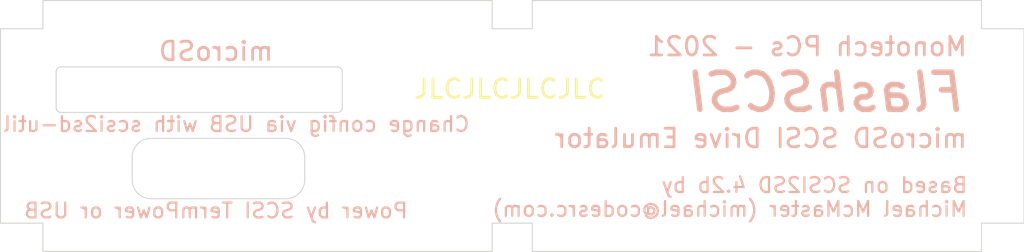
<source format=kicad_pcb>
(kicad_pcb (version 20210623) (generator pcbnew)

  (general
    (thickness 1.6)
  )

  (paper "A4")
  (title_block
    (date "2021-08-05")
  )

  (layers
    (0 "F.Cu" signal)
    (31 "B.Cu" signal)
    (36 "B.SilkS" user "B.Silkscreen")
    (37 "F.SilkS" user "F.Silkscreen")
    (38 "B.Mask" user)
    (39 "F.Mask" user)
    (40 "Dwgs.User" user "User.Drawings")
    (41 "Cmts.User" user "User.Comments")
    (42 "Eco1.User" user "User.Eco1")
    (43 "Eco2.User" user "User.Eco2")
    (44 "Edge.Cuts" user)
    (45 "Margin" user)
    (46 "B.CrtYd" user "B.Courtyard")
    (47 "F.CrtYd" user "F.Courtyard")
    (48 "B.Fab" user)
    (49 "F.Fab" user)
  )

  (setup
    (pad_to_mask_clearance 0)
    (aux_axis_origin 48.75 175)
    (grid_origin 48.75 175)
    (pcbplotparams
      (layerselection 0x00010f0_7ffffffe)
      (disableapertmacros false)
      (usegerberextensions true)
      (usegerberattributes false)
      (usegerberadvancedattributes true)
      (creategerberjobfile false)
      (svguseinch false)
      (svgprecision 6)
      (excludeedgelayer true)
      (plotframeref false)
      (viasonmask false)
      (mode 1)
      (useauxorigin false)
      (hpglpennumber 1)
      (hpglpenspeed 20)
      (hpglpendiameter 15.000000)
      (dxfpolygonmode true)
      (dxfimperialunits true)
      (dxfusepcbnewfont true)
      (psnegative false)
      (psa4output false)
      (plotreference true)
      (plotvalue true)
      (plotinvisibletext false)
      (sketchpadsonfab false)
      (subtractmaskfromsilk true)
      (outputformat 1)
      (mirror false)
      (drillshape 0)
      (scaleselection 1)
      (outputdirectory "gerber")
    )
  )

  (net 0 "")

  (gr_line (start 51.036 162.9825) (end 48.75 162.9825) (layer "Edge.Cuts") (width 0.05) (tstamp 00000000-0000-0000-0000-0000604822e6))
  (gr_line (start 103.868 162.9825) (end 103.868 173.476) (layer "Edge.Cuts") (width 0.05) (tstamp 00000000-0000-0000-0000-0000604822e7))
  (gr_line (start 56.8605 172.156) (end 64.117 172.156) (layer "Edge.Cuts") (width 0.05) (tstamp 00000000-0000-0000-0000-0000604823f1))
  (gr_line (start 65.133 171.14) (end 65.133 169.916) (layer "Edge.Cuts") (width 0.05) (tstamp 00000000-0000-0000-0000-0000604823f2))
  (gr_line (start 55.8445 169.916) (end 55.8445 171.14) (layer "Edge.Cuts") (width 0.05) (tstamp 00000000-0000-0000-0000-0000604823f4))
  (gr_line (start 64.117 168.9) (end 56.8605 168.9) (layer "Edge.Cuts") (width 0.05) (tstamp 00000000-0000-0000-0000-0000604823f6))
  (gr_arc (start 56.8605 171.14) (end 55.8445 171.14) (angle -90) (layer "Edge.Cuts") (width 0.05) (tstamp 00000000-0000-0000-0000-000060482444))
  (gr_arc (start 64.117 171.14) (end 64.117 172.156) (angle -90) (layer "Edge.Cuts") (width 0.05) (tstamp 00000000-0000-0000-0000-000060482447))
  (gr_arc (start 64.117 169.916) (end 65.133 169.916) (angle -90) (layer "Edge.Cuts") (width 0.05) (tstamp 00000000-0000-0000-0000-00006048244a))
  (gr_line (start 101.582 162.9825) (end 101.582 161.4585) (layer "Edge.Cuts") (width 0.05) (tstamp 00000000-0000-0000-0000-000060482ae0))
  (gr_line (start 75.2295 162.9825) (end 75.2295 161.4585) (layer "Edge.Cuts") (width 0.05) (tstamp 00000000-0000-0000-0000-000060482b30))
  (gr_line (start 77.3885 162.9825) (end 77.3885 161.4585) (layer "Edge.Cuts") (width 0.05) (tstamp 00000000-0000-0000-0000-000060482b37))
  (gr_line (start 51.036 161.4585) (end 75.2295 161.4585) (layer "Edge.Cuts") (width 0.05) (tstamp 00000000-0000-0000-0000-000060482b56))
  (gr_line (start 75.2295 162.9825) (end 77.3885 162.9825) (layer "Edge.Cuts") (width 0.05) (tstamp 00000000-0000-0000-0000-000060482b58))
  (gr_line (start 77.3885 161.4585) (end 101.582 161.4585) (layer "Edge.Cuts") (width 0.05) (tstamp 00000000-0000-0000-0000-000060482b5b))
  (gr_line (start 101.582 162.9825) (end 103.868 162.9825) (layer "Edge.Cuts") (width 0.05) (tstamp 00000000-0000-0000-0000-000060482b5d))
  (gr_line (start 101.582 173.476) (end 103.868 173.476) (layer "Edge.Cuts") (width 0.05) (tstamp 00000000-0000-0000-0000-000060482ba6))
  (gr_line (start 51.036 173.476) (end 48.75 173.476) (layer "Edge.Cuts") (width 0.05) (tstamp 00000000-0000-0000-0000-000060482ba7))
  (gr_line (start 77.3885 173.476) (end 75.2295 173.476) (layer "Edge.Cuts") (width 0.05) (tstamp 00000000-0000-0000-0000-000060482ba8))
  (gr_line (start 75.2295 175) (end 51.036 175) (layer "Edge.Cuts") (width 0.05) (tstamp 00000000-0000-0000-0000-000060482ba9))
  (gr_line (start 75.2295 173.476) (end 75.2295 175) (layer "Edge.Cuts") (width 0.05) (tstamp 00000000-0000-0000-0000-000060482baa))
  (gr_line (start 51.036 173.476) (end 51.036 175) (layer "Edge.Cuts") (width 0.05) (tstamp 00000000-0000-0000-0000-000060482bab))
  (gr_line (start 101.582 173.476) (end 101.582 175) (layer "Edge.Cuts") (width 0.05) (tstamp 00000000-0000-0000-0000-000060482bac))
  (gr_line (start 77.3885 173.476) (end 77.3885 175) (layer "Edge.Cuts") (width 0.05) (tstamp 00000000-0000-0000-0000-000060482bad))
  (gr_line (start 101.582 175) (end 77.3885 175) (layer "Edge.Cuts") (width 0.05) (tstamp 00000000-0000-0000-0000-000060482bae))
  (gr_arc (start 52.004 167.246) (end 51.75 167.246) (angle -90) (layer "Edge.Cuts") (width 0.05) (tstamp 0046f54d-e94b-4613-956f-b8175ee22275))
  (gr_arc (start 56.8605 169.916) (end 56.8605 168.9) (angle -90) (layer "Edge.Cuts") (width 0.05) (tstamp 4223ddf2-6722-49bc-9195-16ab294c32dc))
  (gr_arc (start 66.904 167.246) (end 66.904 167.5) (angle -90) (layer "Edge.Cuts") (width 0.05) (tstamp 4af819aa-d4fa-4dcd-a1c3-f43ad3f7ea0c))
  (gr_line (start 67.158 165.300605) (end 67.158 167.246) (layer "Edge.Cuts") (width 0.05) (tstamp 71e4dfed-09e8-47d5-a0e8-3f7d0c9bdad4))
  (gr_line (start 66.904 165.046605) (end 52.004 165.046605) (layer "Edge.Cuts") (width 0.05) (tstamp 9a865e8d-00d7-4882-9566-c8e16b42d5e2))
  (gr_line (start 48.75 173.476) (end 48.75 162.9825) (layer "Edge.Cuts") (width 0.05) (tstamp a6193b77-e8d6-4a65-84ec-321891775b8e))
  (gr_line (start 51.75 165.300605) (end 51.75 167.246) (layer "Edge.Cuts") (width 0.05) (tstamp c50583d5-5443-416e-928c-0001cd563123))
  (gr_line (start 66.904 167.5) (end 52.004 167.5) (layer "Edge.Cuts") (width 0.05) (tstamp daa6bfbe-0375-4301-8a25-07c8f3507955))
  (gr_arc (start 52.004 165.300605) (end 52.004 165.046605) (angle -90) (layer "Edge.Cuts") (width 0.05) (tstamp e00df65c-1681-41e0-bc2d-54326978b03c))
  (gr_arc (start 66.904 165.300605) (end 67.158 165.300605) (angle -90) (layer "Edge.Cuts") (width 0.05) (tstamp ea319d6e-782a-4f9d-8a88-7feeeaf2c51b))
  (gr_line (start 51.036 162.9825) (end 51.036 161.4585) (layer "Edge.Cuts") (width 0.05) (tstamp ff6adef1-5bba-4066-8108-479a38c32c5a))
  (gr_line (start 49.8295 167.372) (end 102.852 167.372) (layer "F.Fab") (width 0.15) (tstamp 00000000-0000-0000-0000-000060482326))
  (gr_line (start 102.852 169.023) (end 49.8295 169.023) (layer "F.Fab") (width 0.15) (tstamp 7aff8fc2-4737-48cc-9f1e-692325051075))
  (gr_line (start 49.8295 169.023) (end 49.8295 167.372) (layer "F.Fab") (width 0.15) (tstamp a29b24b1-9b3b-4471-90e4-ed19e21ec15d))
  (gr_line (start 49.8295 168.1975) (end 102.852 168.1975) (layer "F.Fab") (width 0.15) (tstamp db6ac0f7-fb8d-44e9-9a77-1a50b38a7675))
  (gr_line (start 102.852 167.372) (end 102.852 169.023) (layer "F.Fab") (width 0.15) (tstamp dbefb193-6975-4cfa-8bad-940b2fe14a9e))
  (gr_text "FlashSCSI" (at 100.8835 166.4195) (layer "B.SilkS") (tstamp 00000000-0000-0000-0000-000060482c34)
    (effects (font (size 2 2) (thickness 0.3) italic) (justify left mirror))
  )
  (gr_text "microSD SCSI Drive Emulator" (at 100.8835 168.896) (layer "B.SilkS") (tstamp 00000000-0000-0000-0000-000060482c5e)
    (effects (font (size 1 1) (thickness 0.15)) (justify left mirror))
  )
  (gr_text "Based on SCSI2SD 4.2b by\nMichael McMaster (michael@codesrc.com)" (at 100.8835 172.071) (layer "B.SilkS") (tstamp 00000000-0000-0000-0000-000060482c8c)
    (effects (font (size 0.8 0.8) (thickness 0.12)) (justify left mirror))
  )
  (gr_text "Power by SCSI TermPower or USB" (at 60.35 172.8) (layer "B.SilkS") (tstamp 00000000-0000-0000-0000-000060482d09)
    (effects (font (size 0.8 0.8) (thickness 0.12)) (justify mirror))
  )
  (gr_text "microSD" (at 60.35 164.2) (layer "B.SilkS") (tstamp 00000000-0000-0000-0000-000060482d2e)
    (effects (font (size 1 1) (thickness 0.15)) (justify mirror))
  )
  (gr_text "Change config via USB with scsi2sd-util" (at 61.45 168.134) (layer "B.SilkS") (tstamp 00000000-0000-0000-0000-000060482db6)
    (effects (font (size 0.8 0.8) (thickness 0.12)) (justify mirror))
  )
  (gr_text "Monotech PCs - 2021" (at 100.8835 163.943) (layer "B.SilkS") (tstamp 1c8410be-ca7e-4bb8-9958-0334b2ff716a)
    (effects (font (size 1 1) (thickness 0.15)) (justify left mirror))
  )
  (gr_text "JLCJLCJLCJLC" (at 76.182 166.229) (layer "F.SilkS") (tstamp 00000000-0000-0000-0000-000060482eb1)
    (effects (font (size 1 1) (thickness 0.15)))
  )

)

</source>
